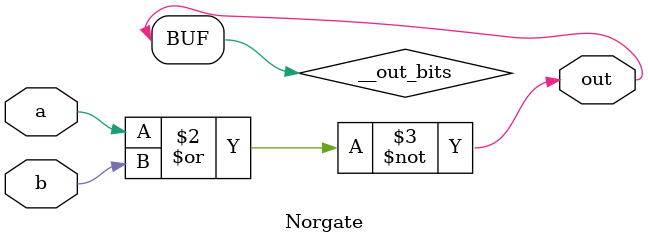
<source format=sv>
module Norgate(
  input  wire a,
              b,
  output wire out
);

  // Variables for output ports
  logic __out_bits;

  // @comb update():
  always_comb
    __out_bits = ~(a | b);

  assign out = __out_bits;
endmodule

</source>
